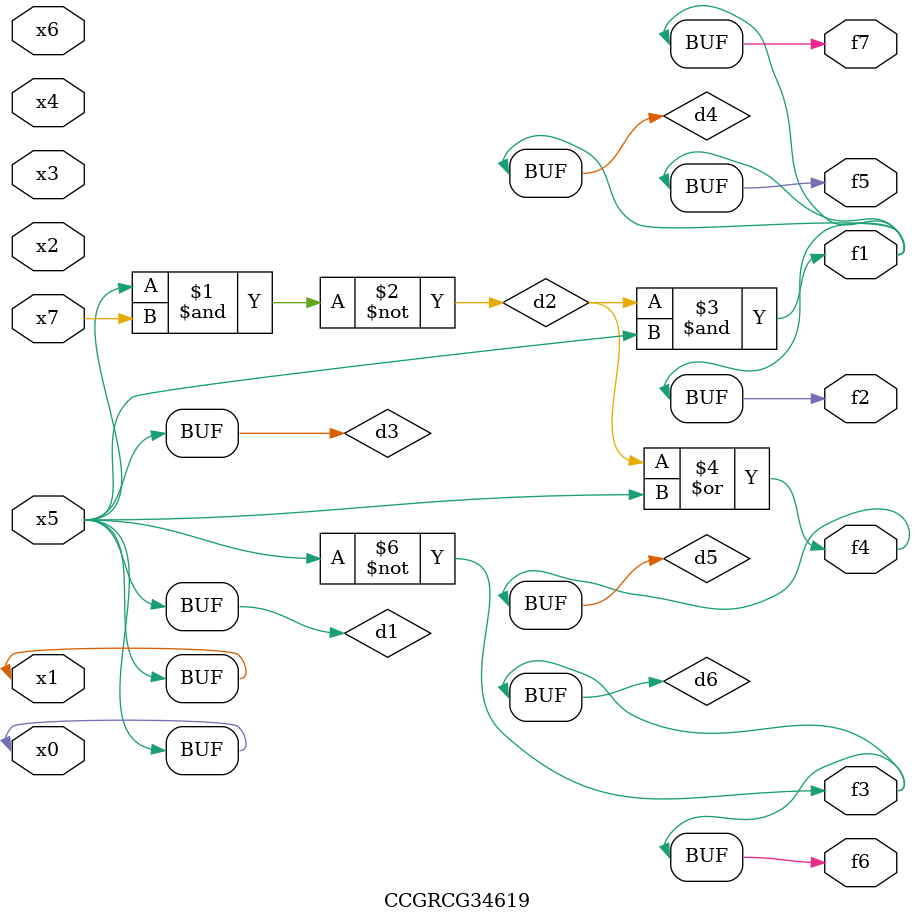
<source format=v>
module CCGRCG34619(
	input x0, x1, x2, x3, x4, x5, x6, x7,
	output f1, f2, f3, f4, f5, f6, f7
);

	wire d1, d2, d3, d4, d5, d6;

	buf (d1, x0, x5);
	nand (d2, x5, x7);
	buf (d3, x0, x1);
	and (d4, d2, d3);
	or (d5, d2, d3);
	nor (d6, d1, d3);
	assign f1 = d4;
	assign f2 = d4;
	assign f3 = d6;
	assign f4 = d5;
	assign f5 = d4;
	assign f6 = d6;
	assign f7 = d4;
endmodule

</source>
